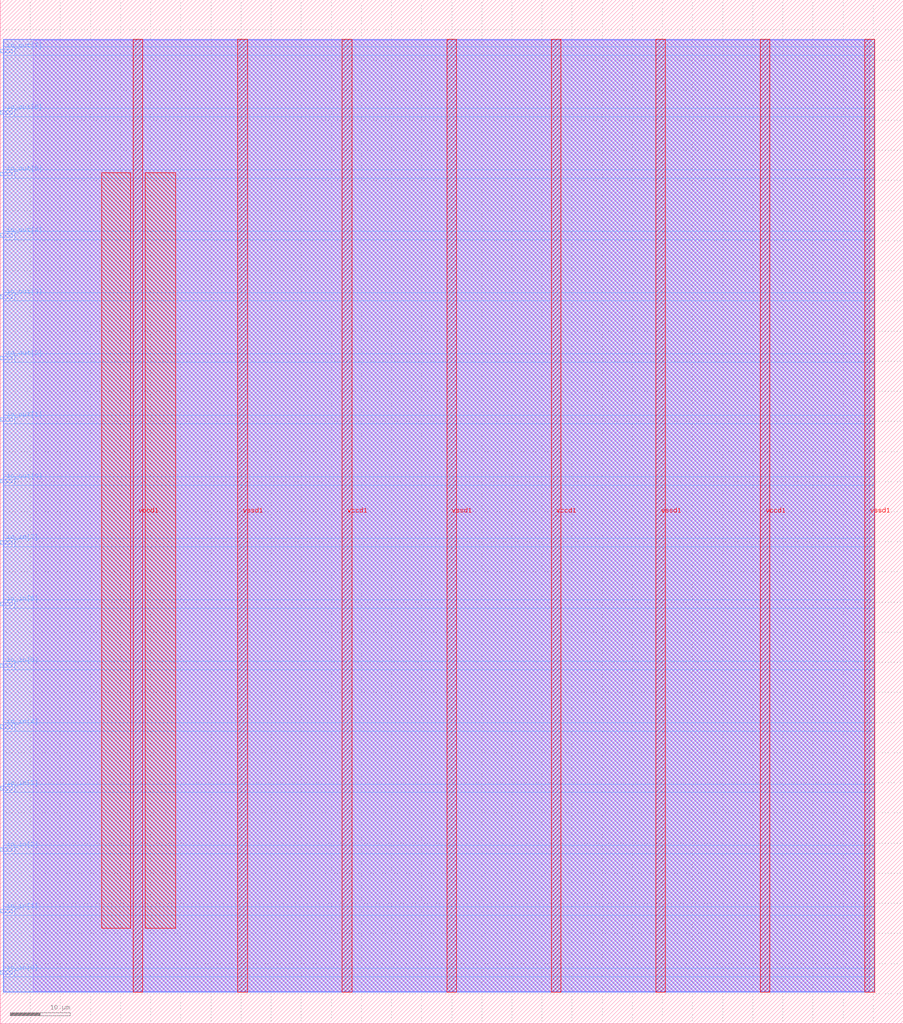
<source format=lef>
VERSION 5.7 ;
  NOWIREEXTENSIONATPIN ON ;
  DIVIDERCHAR "/" ;
  BUSBITCHARS "[]" ;
MACRO seven_segment_seconds
  CLASS BLOCK ;
  FOREIGN seven_segment_seconds ;
  ORIGIN 0.000 0.000 ;
  SIZE 150.000 BY 170.000 ;
  PIN io_in[0]
    DIRECTION INPUT ;
    USE SIGNAL ;
    PORT
      LAYER met3 ;
        RECT 0.000 8.200 2.000 8.800 ;
    END
  END io_in[0]
  PIN io_in[1]
    DIRECTION INPUT ;
    USE SIGNAL ;
    PORT
      LAYER met3 ;
        RECT 0.000 18.400 2.000 19.000 ;
    END
  END io_in[1]
  PIN io_in[2]
    DIRECTION INPUT ;
    USE SIGNAL ;
    PORT
      LAYER met3 ;
        RECT 0.000 28.600 2.000 29.200 ;
    END
  END io_in[2]
  PIN io_in[3]
    DIRECTION INPUT ;
    USE SIGNAL ;
    PORT
      LAYER met3 ;
        RECT 0.000 38.800 2.000 39.400 ;
    END
  END io_in[3]
  PIN io_in[4]
    DIRECTION INPUT ;
    USE SIGNAL ;
    PORT
      LAYER met3 ;
        RECT 0.000 49.000 2.000 49.600 ;
    END
  END io_in[4]
  PIN io_in[5]
    DIRECTION INPUT ;
    USE SIGNAL ;
    PORT
      LAYER met3 ;
        RECT 0.000 59.200 2.000 59.800 ;
    END
  END io_in[5]
  PIN io_in[6]
    DIRECTION INPUT ;
    USE SIGNAL ;
    PORT
      LAYER met3 ;
        RECT 0.000 69.400 2.000 70.000 ;
    END
  END io_in[6]
  PIN io_in[7]
    DIRECTION INPUT ;
    USE SIGNAL ;
    PORT
      LAYER met3 ;
        RECT 0.000 79.600 2.000 80.200 ;
    END
  END io_in[7]
  PIN io_out[0]
    DIRECTION OUTPUT TRISTATE ;
    USE SIGNAL ;
    PORT
      LAYER met3 ;
        RECT 0.000 89.800 2.000 90.400 ;
    END
  END io_out[0]
  PIN io_out[1]
    DIRECTION OUTPUT TRISTATE ;
    USE SIGNAL ;
    PORT
      LAYER met3 ;
        RECT 0.000 100.000 2.000 100.600 ;
    END
  END io_out[1]
  PIN io_out[2]
    DIRECTION OUTPUT TRISTATE ;
    USE SIGNAL ;
    PORT
      LAYER met3 ;
        RECT 0.000 110.200 2.000 110.800 ;
    END
  END io_out[2]
  PIN io_out[3]
    DIRECTION OUTPUT TRISTATE ;
    USE SIGNAL ;
    PORT
      LAYER met3 ;
        RECT 0.000 120.400 2.000 121.000 ;
    END
  END io_out[3]
  PIN io_out[4]
    DIRECTION OUTPUT TRISTATE ;
    USE SIGNAL ;
    PORT
      LAYER met3 ;
        RECT 0.000 130.600 2.000 131.200 ;
    END
  END io_out[4]
  PIN io_out[5]
    DIRECTION OUTPUT TRISTATE ;
    USE SIGNAL ;
    PORT
      LAYER met3 ;
        RECT 0.000 140.800 2.000 141.400 ;
    END
  END io_out[5]
  PIN io_out[6]
    DIRECTION OUTPUT TRISTATE ;
    USE SIGNAL ;
    PORT
      LAYER met3 ;
        RECT 0.000 151.000 2.000 151.600 ;
    END
  END io_out[6]
  PIN io_out[7]
    DIRECTION OUTPUT TRISTATE ;
    USE SIGNAL ;
    PORT
      LAYER met3 ;
        RECT 0.000 161.200 2.000 161.800 ;
    END
  END io_out[7]
  PIN vccd1
    DIRECTION INOUT ;
    USE POWER ;
    PORT
      LAYER met4 ;
        RECT 22.085 5.200 23.685 163.440 ;
    END
    PORT
      LAYER met4 ;
        RECT 56.815 5.200 58.415 163.440 ;
    END
    PORT
      LAYER met4 ;
        RECT 91.545 5.200 93.145 163.440 ;
    END
    PORT
      LAYER met4 ;
        RECT 126.275 5.200 127.875 163.440 ;
    END
  END vccd1
  PIN vssd1
    DIRECTION INOUT ;
    USE GROUND ;
    PORT
      LAYER met4 ;
        RECT 39.450 5.200 41.050 163.440 ;
    END
    PORT
      LAYER met4 ;
        RECT 74.180 5.200 75.780 163.440 ;
    END
    PORT
      LAYER met4 ;
        RECT 108.910 5.200 110.510 163.440 ;
    END
    PORT
      LAYER met4 ;
        RECT 143.640 5.200 145.240 163.440 ;
    END
  END vssd1
  OBS
      LAYER li1 ;
        RECT 5.520 5.355 144.440 163.285 ;
      LAYER met1 ;
        RECT 0.530 5.200 145.240 163.440 ;
      LAYER met2 ;
        RECT 0.550 5.255 145.210 163.385 ;
      LAYER met3 ;
        RECT 0.525 162.200 145.230 163.365 ;
        RECT 2.400 160.800 145.230 162.200 ;
        RECT 0.525 152.000 145.230 160.800 ;
        RECT 2.400 150.600 145.230 152.000 ;
        RECT 0.525 141.800 145.230 150.600 ;
        RECT 2.400 140.400 145.230 141.800 ;
        RECT 0.525 131.600 145.230 140.400 ;
        RECT 2.400 130.200 145.230 131.600 ;
        RECT 0.525 121.400 145.230 130.200 ;
        RECT 2.400 120.000 145.230 121.400 ;
        RECT 0.525 111.200 145.230 120.000 ;
        RECT 2.400 109.800 145.230 111.200 ;
        RECT 0.525 101.000 145.230 109.800 ;
        RECT 2.400 99.600 145.230 101.000 ;
        RECT 0.525 90.800 145.230 99.600 ;
        RECT 2.400 89.400 145.230 90.800 ;
        RECT 0.525 80.600 145.230 89.400 ;
        RECT 2.400 79.200 145.230 80.600 ;
        RECT 0.525 70.400 145.230 79.200 ;
        RECT 2.400 69.000 145.230 70.400 ;
        RECT 0.525 60.200 145.230 69.000 ;
        RECT 2.400 58.800 145.230 60.200 ;
        RECT 0.525 50.000 145.230 58.800 ;
        RECT 2.400 48.600 145.230 50.000 ;
        RECT 0.525 39.800 145.230 48.600 ;
        RECT 2.400 38.400 145.230 39.800 ;
        RECT 0.525 29.600 145.230 38.400 ;
        RECT 2.400 28.200 145.230 29.600 ;
        RECT 0.525 19.400 145.230 28.200 ;
        RECT 2.400 18.000 145.230 19.400 ;
        RECT 0.525 9.200 145.230 18.000 ;
        RECT 2.400 7.800 145.230 9.200 ;
        RECT 0.525 5.275 145.230 7.800 ;
      LAYER met4 ;
        RECT 16.855 15.815 21.685 141.265 ;
        RECT 24.085 15.815 29.145 141.265 ;
  END
END seven_segment_seconds
END LIBRARY


</source>
